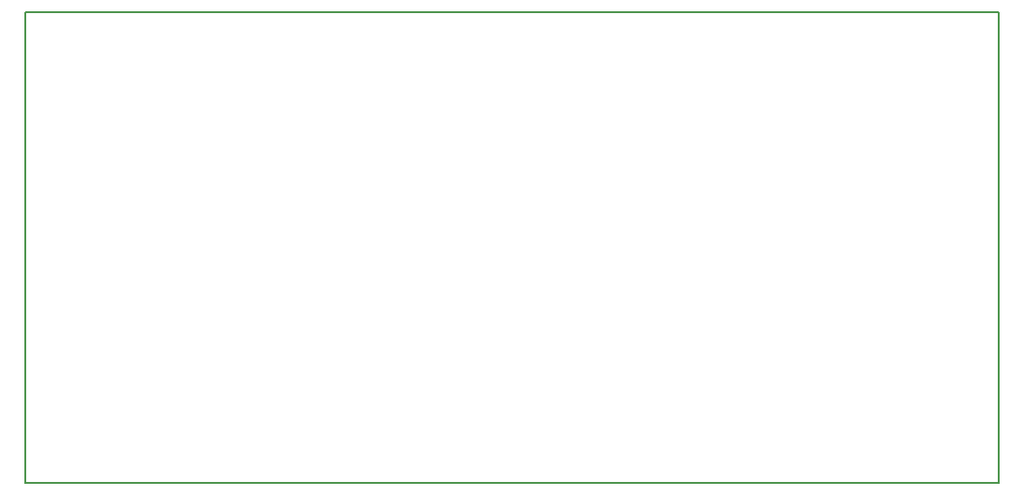
<source format=gbo>
G04 MADE WITH FRITZING*
G04 WWW.FRITZING.ORG*
G04 DOUBLE SIDED*
G04 HOLES PLATED*
G04 CONTOUR ON CENTER OF CONTOUR VECTOR*
%ASAXBY*%
%FSLAX23Y23*%
%MOIN*%
%OFA0B0*%
%SFA1.0B1.0*%
%ADD10R,3.475320X1.684270X3.459320X1.668270*%
%ADD11C,0.008000*%
%LNSILK0*%
G90*
G70*
G54D11*
X4Y1680D02*
X3471Y1680D01*
X3471Y4D01*
X4Y4D01*
X4Y1680D01*
D02*
G04 End of Silk0*
M02*
</source>
